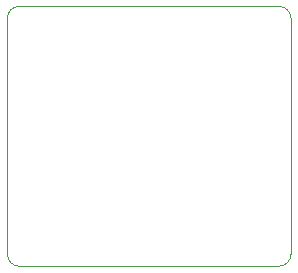
<source format=gbr>
%TF.GenerationSoftware,KiCad,Pcbnew,5.1.8*%
%TF.CreationDate,2020-11-25T09:49:16+09:00*%
%TF.ProjectId,rasp_usb,72617370-5f75-4736-922e-6b696361645f,rev?*%
%TF.SameCoordinates,Original*%
%TF.FileFunction,Profile,NP*%
%FSLAX46Y46*%
G04 Gerber Fmt 4.6, Leading zero omitted, Abs format (unit mm)*
G04 Created by KiCad (PCBNEW 5.1.8) date 2020-11-25 09:49:16*
%MOMM*%
%LPD*%
G01*
G04 APERTURE LIST*
%TA.AperFunction,Profile*%
%ADD10C,0.050000*%
%TD*%
G04 APERTURE END LIST*
D10*
X101000000Y-61000000D02*
G75*
G02*
X102000000Y-60000000I1000000J0D01*
G01*
X101000000Y-81000000D02*
X101000000Y-61000000D01*
X102000000Y-82000000D02*
G75*
G02*
X101000000Y-81000000I0J1000000D01*
G01*
X125000000Y-81000000D02*
G75*
G02*
X124000000Y-82000000I-1000000J0D01*
G01*
X124000000Y-60000000D02*
G75*
G02*
X125000000Y-61000000I0J-1000000D01*
G01*
X124000000Y-82000000D02*
X102000000Y-82000000D01*
X125000000Y-61000000D02*
X125000000Y-81000000D01*
X102000000Y-60000000D02*
X124000000Y-60000000D01*
M02*

</source>
